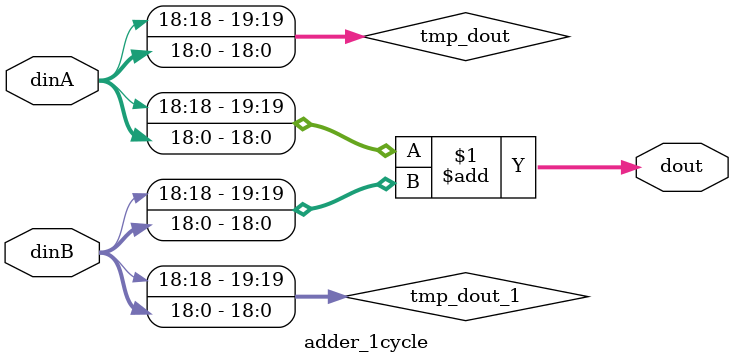
<source format=v>

`timescale 1ns/1ps 
module adder_1cycle (
  input      [18:0]   dinA,
  input      [18:0]   dinB,
  output     [19:0]   dout
);

  wire       [19:0]   tmp_dout;
  wire       [19:0]   tmp_dout_1;

  assign tmp_dout = {dinA[18],dinA};
  assign tmp_dout_1 = {dinB[18],dinB};
  assign dout = ($signed(tmp_dout) + $signed(tmp_dout_1)); // @[adder_1cycle.scala 17:11]

endmodule

</source>
